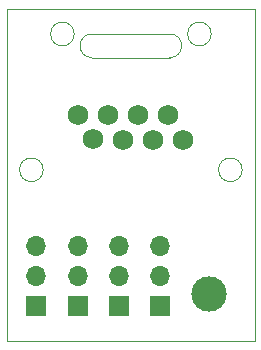
<source format=gbl>
G04 #@! TF.GenerationSoftware,KiCad,Pcbnew,(5.1.5)-3*
G04 #@! TF.CreationDate,2020-10-16T21:11:22-07:00*
G04 #@! TF.ProjectId,NeutrikEthercon,4e657574-7269-46b4-9574-686572636f6e,rev?*
G04 #@! TF.SameCoordinates,Original*
G04 #@! TF.FileFunction,Copper,L2,Bot*
G04 #@! TF.FilePolarity,Positive*
%FSLAX46Y46*%
G04 Gerber Fmt 4.6, Leading zero omitted, Abs format (unit mm)*
G04 Created by KiCad (PCBNEW (5.1.5)-3) date 2020-10-16 21:11:22*
%MOMM*%
%LPD*%
G04 APERTURE LIST*
%ADD10C,0.050000*%
%ADD11C,0.100000*%
%ADD12C,1.750000*%
%ADD13R,1.700000X1.700000*%
%ADD14O,1.700000X1.700000*%
%ADD15C,3.000000*%
G04 APERTURE END LIST*
D10*
X131700000Y-105500000D02*
G75*
G02X131700000Y-103500000I0J1000000D01*
G01*
X138300000Y-103500000D02*
G75*
G02X138300000Y-105500000I0J-1000000D01*
G01*
D11*
X145500000Y-101400000D02*
X145500000Y-129500000D01*
X124500000Y-101400000D02*
X145500000Y-101400000D01*
X124500000Y-129500000D02*
X124500000Y-101400000D01*
X145500000Y-129500000D02*
X124500000Y-129500000D01*
D10*
X131700000Y-105500000D02*
X138300000Y-105500000D01*
X131700000Y-103500000D02*
X138300000Y-103500000D01*
X130200000Y-103500000D02*
G75*
G03X130200000Y-103500000I-1000000J0D01*
G01*
X141800000Y-103500000D02*
G75*
G03X141800000Y-103500000I-1000000J0D01*
G01*
X127575000Y-115000000D02*
G75*
G03X127575000Y-115000000I-1000000J0D01*
G01*
X144425000Y-115000000D02*
G75*
G03X144425000Y-115000000I-1000000J0D01*
G01*
D12*
X139440000Y-112460000D03*
D13*
X137500000Y-126500000D03*
D14*
X137500000Y-123960000D03*
X137500000Y-121420000D03*
X134000000Y-121420000D03*
X134000000Y-123960000D03*
D13*
X134000000Y-126500000D03*
X130500000Y-126500000D03*
D14*
X130500000Y-123960000D03*
X130500000Y-121420000D03*
X127000000Y-121420000D03*
X127000000Y-123960000D03*
D13*
X127000000Y-126500000D03*
D15*
X141600000Y-125550000D03*
D12*
X138180000Y-110320000D03*
X135630000Y-110320000D03*
X133100000Y-110320000D03*
X131820000Y-112430000D03*
X134350000Y-112440000D03*
X136900000Y-112460000D03*
X130560000Y-110350000D03*
M02*

</source>
